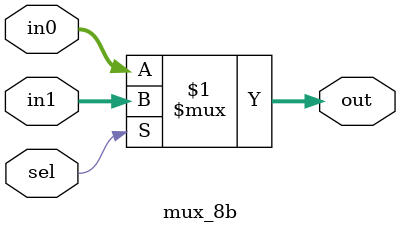
<source format=v>
module mux_8b (in0, in1, sel, out);
	
	input [7:0] in0, in1;
	input sel;
	output [7:0] out;

assign out = (sel) ? in1 : in0;

endmodule
</source>
